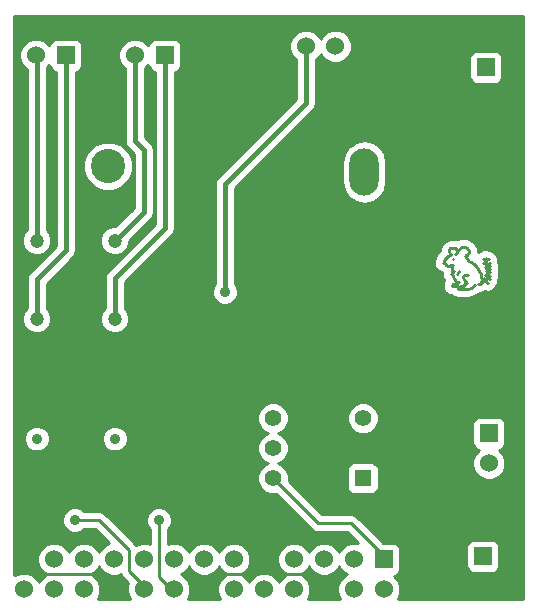
<source format=gbl>
G04 (created by PCBNEW (2012-nov-02)-testing) date Mon 04 Feb 2013 05:38:42 PM EST*
%MOIN*%
G04 Gerber Fmt 3.4, Leading zero omitted, Abs format*
%FSLAX34Y34*%
G01*
G70*
G90*
G04 APERTURE LIST*
%ADD10C,0.006*%
%ADD11R,0.06X0.06*%
%ADD12C,0.06*%
%ADD13C,0.114173*%
%ADD14C,0.0472441*%
%ADD15C,0.0354331*%
%ADD16R,0.055X0.055*%
%ADD17C,0.055*%
%ADD18O,0.2362X0.0984*%
%ADD19O,0.0984X0.1575*%
%ADD20C,0.035*%
%ADD21C,0.01*%
%ADD22C,0.018*%
G04 APERTURE END LIST*
G54D10*
G54D11*
X9016Y18700D03*
G54D12*
X10000Y18700D03*
X10984Y18700D03*
G54D11*
X16100Y5800D03*
G54D12*
X16100Y4800D03*
G54D13*
X3400Y14700D03*
G54D11*
X12600Y1600D03*
G54D12*
X12600Y600D03*
X11600Y1600D03*
X11600Y600D03*
X10600Y1600D03*
X10600Y600D03*
X9600Y1600D03*
X9600Y600D03*
X8600Y1600D03*
X8600Y600D03*
X7600Y1600D03*
X7600Y600D03*
X6600Y1600D03*
X6600Y600D03*
X5600Y1600D03*
X5600Y600D03*
X4600Y1600D03*
X4600Y600D03*
X3600Y1600D03*
X3600Y600D03*
X2600Y1600D03*
X2600Y600D03*
X1600Y1600D03*
X1600Y600D03*
X600Y1600D03*
X600Y600D03*
G54D14*
X3629Y12217D03*
X3629Y9611D03*
G54D15*
X3629Y5618D03*
X3629Y6618D03*
G54D14*
X1029Y12217D03*
X1029Y9611D03*
G54D15*
X1029Y5618D03*
X1029Y6618D03*
G54D16*
X11900Y4300D03*
G54D17*
X11900Y5300D03*
X11900Y6300D03*
X11900Y7300D03*
X8900Y7300D03*
X8900Y6300D03*
X8900Y5300D03*
X8900Y4300D03*
G54D11*
X5300Y18400D03*
G54D12*
X4300Y18400D03*
G54D11*
X15900Y1700D03*
G54D12*
X15900Y2700D03*
G54D11*
X2000Y18400D03*
G54D12*
X1000Y18400D03*
G54D11*
X16000Y18000D03*
G54D12*
X16000Y19000D03*
G54D18*
X13122Y16350D03*
G54D19*
X14303Y14500D03*
X11941Y14500D03*
G54D20*
X7300Y10500D03*
X5100Y2900D03*
X2300Y2900D03*
G54D21*
X14940Y11210D02*
X14870Y11130D01*
X14870Y11130D02*
X14820Y11110D01*
X15020Y11110D02*
X15060Y11150D01*
X15090Y11200D02*
X15060Y11150D01*
X15090Y11200D02*
X15100Y11220D01*
X16070Y11260D02*
X16150Y11270D01*
X16070Y11130D02*
X16150Y11160D01*
X16056Y10992D02*
X16150Y11050D01*
X16050Y10960D02*
X16120Y10930D01*
X15964Y10865D02*
X16070Y10820D01*
X16070Y11260D02*
X16010Y11270D01*
X16070Y11130D02*
X15990Y11200D01*
X16056Y10992D02*
X15980Y11070D01*
X15964Y10865D02*
X15940Y10970D01*
X16070Y11330D02*
X15960Y11340D01*
X16034Y11432D02*
X15910Y11470D01*
X16070Y11330D02*
X16150Y11380D01*
X16034Y11432D02*
X16120Y11490D01*
X15981Y11562D02*
X15900Y11600D01*
X15981Y11562D02*
X16090Y11610D01*
X16090Y11610D02*
X16100Y11600D01*
X15850Y10830D02*
X15964Y10865D01*
X15964Y10865D02*
X15980Y10870D01*
X15980Y11550D02*
X15981Y11562D01*
X15981Y11562D02*
X15990Y11650D01*
X16040Y11420D02*
X16034Y11432D01*
X16034Y11432D02*
X15980Y11550D01*
X16070Y11330D02*
X16040Y11420D01*
X16070Y11180D02*
X16070Y11260D01*
X16070Y11260D02*
X16070Y11330D01*
X16070Y11060D02*
X16070Y11130D01*
X16070Y11130D02*
X16070Y11180D01*
X16050Y10960D02*
X16056Y10992D01*
X16056Y10992D02*
X16070Y11060D01*
X15980Y10870D02*
X16050Y10960D01*
X15390Y11540D02*
X15490Y11500D01*
X15360Y11640D02*
X15390Y11590D01*
X15390Y11590D02*
X15390Y11540D01*
X15030Y11860D02*
X15100Y11910D01*
X15100Y11910D02*
X15130Y11960D01*
X15130Y11960D02*
X15190Y12000D01*
X15190Y12000D02*
X15240Y12010D01*
X15240Y12010D02*
X15310Y12010D01*
X15310Y12010D02*
X15360Y11980D01*
X15360Y11980D02*
X15410Y11930D01*
X15410Y11930D02*
X15440Y11870D01*
X15440Y11870D02*
X15430Y11830D01*
X15430Y11830D02*
X15400Y11780D01*
X15400Y11780D02*
X15380Y11740D01*
X15380Y11740D02*
X15340Y11730D01*
X15340Y11730D02*
X15300Y11720D01*
X15300Y11720D02*
X15360Y11640D01*
X15820Y10790D02*
X15720Y10760D01*
X15850Y10830D02*
X15820Y10790D01*
X15860Y10910D02*
X15850Y10830D01*
X15850Y11010D02*
X15860Y10910D01*
X15830Y11100D02*
X15850Y11010D01*
X15780Y11200D02*
X15830Y11100D01*
X15740Y11270D02*
X15780Y11200D01*
X15660Y11370D02*
X15740Y11270D01*
X15600Y11430D02*
X15660Y11370D01*
X15490Y11500D02*
X15600Y11430D01*
X15410Y11080D02*
X15340Y11090D01*
X15550Y10690D02*
X15650Y10730D01*
X15520Y10650D02*
X15550Y10690D01*
X15360Y10610D02*
X15520Y10650D01*
X15120Y10600D02*
X15360Y10610D01*
X15060Y10610D02*
X15120Y10600D01*
X15060Y10650D02*
X15060Y10610D01*
X15160Y10700D02*
X15060Y10650D01*
X15240Y10720D02*
X15160Y10700D01*
X15290Y10770D02*
X15240Y10720D01*
X15360Y10800D02*
X15290Y10770D01*
X15310Y10880D02*
X15360Y10800D01*
X15270Y10920D02*
X15310Y10880D01*
X15250Y11010D02*
X15270Y10920D01*
X15260Y11070D02*
X15250Y11010D01*
X15340Y11090D02*
X15260Y11070D01*
X15110Y10840D02*
X14980Y10770D01*
X14860Y10700D02*
X15060Y10710D01*
X14860Y10730D02*
X14860Y10700D01*
X14900Y10770D02*
X14860Y10730D01*
X14980Y10770D02*
X14900Y10770D01*
X14880Y11350D02*
X14860Y11290D01*
X15000Y10860D02*
X15040Y10820D01*
X14940Y10930D02*
X15000Y10860D01*
X14900Y11030D02*
X14940Y10930D01*
X14870Y11130D02*
X14900Y11030D01*
X14860Y11240D02*
X14870Y11130D01*
X14860Y11290D02*
X14860Y11240D01*
X14890Y11620D02*
X14900Y11620D01*
X14650Y11440D02*
X14680Y11420D01*
X14840Y11400D02*
X14890Y11410D01*
X14780Y11380D02*
X14840Y11400D01*
X14730Y11390D02*
X14780Y11380D01*
X14680Y11420D02*
X14730Y11390D01*
X14980Y11760D02*
X15020Y11800D01*
X15020Y11800D02*
X15030Y11860D01*
X14830Y11750D02*
X14790Y11810D01*
X14590Y11560D02*
X14600Y11590D01*
X14600Y11590D02*
X14630Y11620D01*
X14630Y11620D02*
X14670Y11650D01*
X14670Y11650D02*
X14710Y11680D01*
X14710Y11680D02*
X14750Y11710D01*
X14750Y11710D02*
X14800Y11740D01*
X14800Y11740D02*
X14830Y11750D01*
X14590Y11490D02*
X14590Y11560D01*
X15030Y11880D02*
X15030Y11860D01*
X15010Y11920D02*
X15030Y11880D01*
X14990Y11960D02*
X15010Y11920D01*
X14950Y11980D02*
X14990Y11960D01*
X14900Y11980D02*
X14950Y11980D01*
X14850Y11970D02*
X14900Y11980D01*
X14810Y11960D02*
X14850Y11970D01*
X14780Y11930D02*
X14810Y11960D01*
X14760Y11890D02*
X14780Y11930D01*
X14760Y11850D02*
X14760Y11890D01*
X14790Y11810D02*
X14760Y11850D01*
X14580Y11490D02*
X14560Y11490D01*
X14600Y11470D02*
X14590Y11490D01*
X14590Y11490D02*
X14590Y11490D01*
X14570Y11460D02*
X14600Y11470D01*
X14560Y11490D02*
X14570Y11460D01*
G54D22*
X10000Y18700D02*
X10000Y16800D01*
X7300Y14100D02*
X7300Y10500D01*
X10000Y16800D02*
X7300Y14100D01*
G54D21*
X12600Y1600D02*
X12600Y1700D01*
X10400Y2800D02*
X8900Y4300D01*
X11500Y2800D02*
X10400Y2800D01*
X12600Y1700D02*
X11500Y2800D01*
X5600Y600D02*
X5500Y600D01*
X5100Y1000D02*
X5100Y2900D01*
X5500Y600D02*
X5100Y1000D01*
X4600Y600D02*
X4600Y700D01*
X3100Y2900D02*
X2300Y2900D01*
X4100Y1900D02*
X3100Y2900D01*
X4100Y1200D02*
X4100Y1900D01*
X4600Y700D02*
X4100Y1200D01*
X3600Y600D02*
X3550Y600D01*
X1100Y1100D02*
X600Y1600D01*
X3050Y1100D02*
X1100Y1100D01*
X3550Y600D02*
X3050Y1100D01*
X600Y1600D02*
X600Y6189D01*
X600Y6189D02*
X1029Y6618D01*
X1029Y6618D02*
X3629Y6618D01*
X6600Y600D02*
X6800Y600D01*
X8100Y1100D02*
X8600Y1600D01*
X7300Y1100D02*
X8100Y1100D01*
X6800Y600D02*
X7300Y1100D01*
X10600Y600D02*
X10500Y600D01*
X9100Y1100D02*
X8600Y1600D01*
X10000Y1100D02*
X9100Y1100D01*
X10500Y600D02*
X10000Y1100D01*
X15900Y2700D02*
X14500Y2700D01*
X14500Y2700D02*
X11900Y5300D01*
X11900Y7300D02*
X8900Y7300D01*
X16000Y19000D02*
X15600Y19400D01*
X15600Y19400D02*
X9400Y19400D01*
X9400Y19400D02*
X9016Y19016D01*
X9016Y19016D02*
X9016Y18700D01*
G54D22*
X3629Y9611D02*
X3629Y10979D01*
X5300Y12650D02*
X5300Y18400D01*
X3629Y10979D02*
X5300Y12650D01*
X4300Y18400D02*
X4300Y15550D01*
X4600Y13188D02*
X3629Y12217D01*
X4600Y15250D02*
X4600Y13188D01*
X4300Y15550D02*
X4600Y15250D01*
X1029Y12217D02*
X1029Y18370D01*
X1029Y18370D02*
X1000Y18400D01*
X1029Y9611D02*
X1029Y10929D01*
X2000Y11900D02*
X2000Y18400D01*
X1029Y10929D02*
X2000Y11900D01*
G54D10*
G36*
X4142Y279D02*
X3057Y279D01*
X3065Y288D01*
X3149Y490D01*
X3150Y708D01*
X3066Y911D01*
X2911Y1065D01*
X2830Y1099D01*
X2911Y1133D01*
X3065Y1288D01*
X3099Y1369D01*
X3133Y1288D01*
X3288Y1134D01*
X3490Y1050D01*
X3708Y1049D01*
X3820Y1096D01*
X3820Y1096D01*
X3822Y1085D01*
X3887Y987D01*
X4084Y791D01*
X4050Y709D01*
X4049Y491D01*
X4133Y288D01*
X4142Y279D01*
X4142Y279D01*
G37*
G54D21*
X4142Y279D02*
X3057Y279D01*
X3065Y288D01*
X3149Y490D01*
X3150Y708D01*
X3066Y911D01*
X2911Y1065D01*
X2830Y1099D01*
X2911Y1133D01*
X3065Y1288D01*
X3099Y1369D01*
X3133Y1288D01*
X3288Y1134D01*
X3490Y1050D01*
X3708Y1049D01*
X3820Y1096D01*
X3820Y1096D01*
X3822Y1085D01*
X3887Y987D01*
X4084Y791D01*
X4050Y709D01*
X4049Y491D01*
X4133Y288D01*
X4142Y279D01*
G54D10*
G36*
X7369Y1100D02*
X7288Y1066D01*
X7134Y911D01*
X7050Y709D01*
X7049Y491D01*
X7133Y288D01*
X7142Y279D01*
X6057Y279D01*
X6065Y288D01*
X6149Y490D01*
X6150Y708D01*
X6066Y911D01*
X5911Y1065D01*
X5830Y1099D01*
X5911Y1133D01*
X6065Y1288D01*
X6099Y1369D01*
X6133Y1288D01*
X6288Y1134D01*
X6490Y1050D01*
X6708Y1049D01*
X6911Y1133D01*
X7065Y1288D01*
X7099Y1369D01*
X7133Y1288D01*
X7288Y1134D01*
X7369Y1100D01*
X7369Y1100D01*
G37*
G54D21*
X7369Y1100D02*
X7288Y1066D01*
X7134Y911D01*
X7050Y709D01*
X7049Y491D01*
X7133Y288D01*
X7142Y279D01*
X6057Y279D01*
X6065Y288D01*
X6149Y490D01*
X6150Y708D01*
X6066Y911D01*
X5911Y1065D01*
X5830Y1099D01*
X5911Y1133D01*
X6065Y1288D01*
X6099Y1369D01*
X6133Y1288D01*
X6288Y1134D01*
X6490Y1050D01*
X6708Y1049D01*
X6911Y1133D01*
X7065Y1288D01*
X7099Y1369D01*
X7133Y1288D01*
X7288Y1134D01*
X7369Y1100D01*
G54D10*
G36*
X11369Y1100D02*
X11288Y1066D01*
X11134Y911D01*
X11050Y709D01*
X11049Y491D01*
X11133Y288D01*
X11142Y279D01*
X10057Y279D01*
X10065Y288D01*
X10149Y490D01*
X10150Y708D01*
X10066Y911D01*
X9911Y1065D01*
X9830Y1099D01*
X9911Y1133D01*
X10065Y1288D01*
X10099Y1369D01*
X10133Y1288D01*
X10288Y1134D01*
X10490Y1050D01*
X10708Y1049D01*
X10911Y1133D01*
X11065Y1288D01*
X11099Y1369D01*
X11133Y1288D01*
X11288Y1134D01*
X11369Y1100D01*
X11369Y1100D01*
G37*
G54D21*
X11369Y1100D02*
X11288Y1066D01*
X11134Y911D01*
X11050Y709D01*
X11049Y491D01*
X11133Y288D01*
X11142Y279D01*
X10057Y279D01*
X10065Y288D01*
X10149Y490D01*
X10150Y708D01*
X10066Y911D01*
X9911Y1065D01*
X9830Y1099D01*
X9911Y1133D01*
X10065Y1288D01*
X10099Y1369D01*
X10133Y1288D01*
X10288Y1134D01*
X10490Y1050D01*
X10708Y1049D01*
X10911Y1133D01*
X11065Y1288D01*
X11099Y1369D01*
X11133Y1288D01*
X11288Y1134D01*
X11369Y1100D01*
G54D10*
G36*
X17220Y279D02*
X16650Y279D01*
X16650Y4908D01*
X16566Y5111D01*
X16427Y5249D01*
X16449Y5249D01*
X16541Y5287D01*
X16611Y5358D01*
X16649Y5450D01*
X16650Y5549D01*
X16650Y6149D01*
X16612Y6241D01*
X16550Y6303D01*
X16550Y17749D01*
X16550Y18349D01*
X16512Y18441D01*
X16441Y18511D01*
X16349Y18549D01*
X16250Y18550D01*
X15650Y18550D01*
X15558Y18512D01*
X15488Y18441D01*
X15450Y18349D01*
X15449Y18250D01*
X15449Y17650D01*
X15487Y17558D01*
X15558Y17488D01*
X15650Y17450D01*
X15749Y17449D01*
X16349Y17449D01*
X16441Y17487D01*
X16511Y17558D01*
X16549Y17650D01*
X16550Y17749D01*
X16550Y6303D01*
X16541Y6311D01*
X16449Y6349D01*
X16449Y6349D01*
X16449Y11150D01*
X16440Y11207D01*
X16447Y11307D01*
X16442Y11322D01*
X16445Y11429D01*
X16414Y11512D01*
X16414Y11548D01*
X16397Y11588D01*
X16399Y11600D01*
X16377Y11714D01*
X16312Y11812D01*
X16302Y11822D01*
X16300Y11823D01*
X16298Y11825D01*
X16253Y11854D01*
X16204Y11887D01*
X16202Y11887D01*
X16200Y11888D01*
X16152Y11897D01*
X16131Y11914D01*
X16019Y11948D01*
X15903Y11937D01*
X15799Y11882D01*
X15799Y11881D01*
X15794Y11881D01*
X15733Y11842D01*
X15733Y11843D01*
X15739Y11891D01*
X15736Y11902D01*
X15736Y11914D01*
X15720Y11958D01*
X15708Y12004D01*
X15678Y12064D01*
X15648Y12102D01*
X15622Y12142D01*
X15572Y12192D01*
X15541Y12212D01*
X15514Y12237D01*
X15464Y12267D01*
X15443Y12274D01*
X15424Y12287D01*
X15388Y12294D01*
X15354Y12306D01*
X15331Y12305D01*
X15310Y12310D01*
X15240Y12310D01*
X15210Y12304D01*
X15181Y12304D01*
X15131Y12294D01*
X15131Y12294D01*
X15131Y12294D01*
X15131Y12294D01*
X15083Y12274D01*
X15049Y12260D01*
X15017Y12266D01*
X14971Y12279D01*
X14960Y12277D01*
X14950Y12280D01*
X14900Y12280D01*
X14870Y12274D01*
X14841Y12274D01*
X14791Y12264D01*
X14784Y12261D01*
X14777Y12261D01*
X14737Y12251D01*
X14717Y12241D01*
X14695Y12237D01*
X14664Y12216D01*
X14631Y12201D01*
X14616Y12184D01*
X14597Y12172D01*
X14567Y12142D01*
X14540Y12101D01*
X14511Y12064D01*
X14491Y12024D01*
X14488Y12013D01*
X14482Y12004D01*
X14473Y11957D01*
X14460Y11911D01*
X14462Y11900D01*
X14460Y11890D01*
X14460Y11867D01*
X14449Y11859D01*
X14435Y11843D01*
X14417Y11832D01*
X14387Y11802D01*
X14381Y11793D01*
X14373Y11786D01*
X14349Y11744D01*
X14322Y11704D01*
X14320Y11694D01*
X14315Y11684D01*
X14305Y11654D01*
X14303Y11639D01*
X14291Y11624D01*
X14288Y11613D01*
X14282Y11604D01*
X14273Y11557D01*
X14260Y11511D01*
X14262Y11500D01*
X14260Y11490D01*
X14269Y11442D01*
X14275Y11395D01*
X14285Y11365D01*
X14343Y11263D01*
X14435Y11191D01*
X14513Y11170D01*
X14520Y11167D01*
X14525Y11162D01*
X14529Y11160D01*
X14520Y11113D01*
X14541Y10998D01*
X14605Y10900D01*
X14615Y10893D01*
X14582Y10844D01*
X14560Y10730D01*
X14560Y10700D01*
X14561Y10692D01*
X14560Y10684D01*
X14572Y10635D01*
X14582Y10585D01*
X14587Y10578D01*
X14588Y10571D01*
X14619Y10530D01*
X14647Y10487D01*
X14654Y10483D01*
X14658Y10477D01*
X14702Y10451D01*
X14745Y10422D01*
X14752Y10421D01*
X14759Y10417D01*
X14809Y10409D01*
X14844Y10403D01*
X14847Y10397D01*
X14876Y10378D01*
X14901Y10355D01*
X14924Y10346D01*
X14945Y10332D01*
X14978Y10326D01*
X15010Y10314D01*
X15070Y10304D01*
X15101Y10305D01*
X15132Y10300D01*
X15372Y10310D01*
X15401Y10317D01*
X15432Y10318D01*
X15592Y10358D01*
X15632Y10377D01*
X15672Y10391D01*
X15684Y10401D01*
X15698Y10408D01*
X15723Y10436D01*
X15761Y10451D01*
X15791Y10471D01*
X15806Y10472D01*
X15906Y10502D01*
X15938Y10519D01*
X15972Y10531D01*
X15980Y10538D01*
X16066Y10520D01*
X16181Y10541D01*
X16279Y10605D01*
X16345Y10701D01*
X16357Y10755D01*
X16395Y10811D01*
X16419Y10926D01*
X16419Y10930D01*
X16441Y10979D01*
X16446Y11096D01*
X16440Y11111D01*
X16449Y11150D01*
X16449Y6349D01*
X16350Y6350D01*
X15750Y6350D01*
X15658Y6312D01*
X15588Y6241D01*
X15550Y6149D01*
X15549Y6050D01*
X15549Y5450D01*
X15587Y5358D01*
X15658Y5288D01*
X15750Y5250D01*
X15772Y5250D01*
X15634Y5111D01*
X15550Y4909D01*
X15549Y4691D01*
X15633Y4488D01*
X15788Y4334D01*
X15990Y4250D01*
X16208Y4249D01*
X16411Y4333D01*
X16565Y4488D01*
X16649Y4690D01*
X16650Y4908D01*
X16650Y279D01*
X16450Y279D01*
X16450Y1449D01*
X16450Y2049D01*
X16412Y2141D01*
X16341Y2211D01*
X16249Y2249D01*
X16150Y2250D01*
X15550Y2250D01*
X15458Y2212D01*
X15388Y2141D01*
X15350Y2049D01*
X15349Y1950D01*
X15349Y1350D01*
X15387Y1258D01*
X15458Y1188D01*
X15550Y1150D01*
X15649Y1149D01*
X16249Y1149D01*
X16341Y1187D01*
X16411Y1258D01*
X16449Y1350D01*
X16450Y1449D01*
X16450Y279D01*
X13057Y279D01*
X13065Y288D01*
X13149Y490D01*
X13150Y708D01*
X13066Y911D01*
X12927Y1049D01*
X12949Y1049D01*
X13041Y1087D01*
X13111Y1158D01*
X13149Y1250D01*
X13150Y1349D01*
X13150Y1949D01*
X13112Y2041D01*
X13041Y2111D01*
X12949Y2149D01*
X12850Y2150D01*
X12683Y2150D01*
X12683Y14184D01*
X12683Y14815D01*
X12626Y15099D01*
X12465Y15340D01*
X12224Y15501D01*
X11941Y15557D01*
X11657Y15501D01*
X11534Y15419D01*
X11534Y18808D01*
X11450Y19011D01*
X11295Y19165D01*
X11093Y19249D01*
X10875Y19250D01*
X10672Y19166D01*
X10518Y19011D01*
X10492Y18949D01*
X10466Y19011D01*
X10311Y19165D01*
X10109Y19249D01*
X9891Y19250D01*
X9688Y19166D01*
X9534Y19011D01*
X9450Y18809D01*
X9449Y18591D01*
X9533Y18388D01*
X9660Y18262D01*
X9660Y16940D01*
X7059Y14340D01*
X6985Y14230D01*
X6960Y14100D01*
X6960Y10761D01*
X6939Y10741D01*
X6875Y10584D01*
X6874Y10415D01*
X6939Y10259D01*
X7058Y10139D01*
X7215Y10075D01*
X7384Y10074D01*
X7540Y10139D01*
X7660Y10258D01*
X7724Y10415D01*
X7725Y10584D01*
X7660Y10740D01*
X7640Y10760D01*
X7640Y13959D01*
X10240Y16559D01*
X10240Y16559D01*
X10289Y16633D01*
X10314Y16669D01*
X10314Y16669D01*
X10339Y16800D01*
X10340Y16800D01*
X10340Y18262D01*
X10465Y18388D01*
X10491Y18450D01*
X10517Y18388D01*
X10672Y18234D01*
X10874Y18150D01*
X11092Y18149D01*
X11295Y18233D01*
X11449Y18388D01*
X11533Y18590D01*
X11534Y18808D01*
X11534Y15419D01*
X11416Y15340D01*
X11255Y15099D01*
X11199Y14815D01*
X11199Y14184D01*
X11255Y13900D01*
X11416Y13659D01*
X11657Y13498D01*
X11941Y13442D01*
X12224Y13498D01*
X12465Y13659D01*
X12626Y13900D01*
X12683Y14184D01*
X12683Y2150D01*
X12574Y2150D01*
X12425Y2299D01*
X12425Y6403D01*
X12345Y6597D01*
X12197Y6744D01*
X12004Y6824D01*
X11796Y6825D01*
X11603Y6745D01*
X11455Y6597D01*
X11375Y6404D01*
X11374Y6196D01*
X11454Y6003D01*
X11602Y5855D01*
X11795Y5775D01*
X12003Y5774D01*
X12197Y5854D01*
X12344Y6002D01*
X12424Y6195D01*
X12425Y6403D01*
X12425Y2299D01*
X12425Y2299D01*
X12425Y4074D01*
X12425Y4624D01*
X12387Y4716D01*
X12316Y4786D01*
X12224Y4824D01*
X12125Y4825D01*
X11575Y4825D01*
X11483Y4787D01*
X11413Y4716D01*
X11375Y4624D01*
X11374Y4525D01*
X11374Y3975D01*
X11412Y3883D01*
X11483Y3813D01*
X11575Y3775D01*
X11674Y3774D01*
X12224Y3774D01*
X12316Y3812D01*
X12386Y3883D01*
X12424Y3975D01*
X12425Y4074D01*
X12425Y2299D01*
X11712Y3012D01*
X11614Y3077D01*
X11500Y3100D01*
X10524Y3100D01*
X9424Y4199D01*
X9425Y4403D01*
X9345Y4597D01*
X9197Y4744D01*
X9064Y4800D01*
X9197Y4854D01*
X9344Y5002D01*
X9424Y5195D01*
X9425Y5403D01*
X9345Y5597D01*
X9197Y5744D01*
X9064Y5800D01*
X9197Y5854D01*
X9344Y6002D01*
X9424Y6195D01*
X9425Y6403D01*
X9345Y6597D01*
X9197Y6744D01*
X9004Y6824D01*
X8796Y6825D01*
X8603Y6745D01*
X8455Y6597D01*
X8375Y6404D01*
X8374Y6196D01*
X8454Y6003D01*
X8602Y5855D01*
X8735Y5799D01*
X8603Y5745D01*
X8455Y5597D01*
X8375Y5404D01*
X8374Y5196D01*
X8454Y5003D01*
X8602Y4855D01*
X8735Y4799D01*
X8603Y4745D01*
X8455Y4597D01*
X8375Y4404D01*
X8374Y4196D01*
X8454Y4003D01*
X8602Y3855D01*
X8795Y3775D01*
X9000Y3774D01*
X10187Y2587D01*
X10187Y2587D01*
X10285Y2522D01*
X10400Y2500D01*
X11375Y2500D01*
X11737Y2138D01*
X11709Y2149D01*
X11491Y2150D01*
X11288Y2066D01*
X11134Y1911D01*
X11100Y1830D01*
X11066Y1911D01*
X10911Y2065D01*
X10709Y2149D01*
X10491Y2150D01*
X10288Y2066D01*
X10134Y1911D01*
X10100Y1830D01*
X10066Y1911D01*
X9911Y2065D01*
X9709Y2149D01*
X9491Y2150D01*
X9288Y2066D01*
X9134Y1911D01*
X9050Y1709D01*
X9049Y1491D01*
X9133Y1288D01*
X9288Y1134D01*
X9369Y1100D01*
X9288Y1066D01*
X9134Y911D01*
X9100Y830D01*
X9066Y911D01*
X8911Y1065D01*
X8709Y1149D01*
X8491Y1150D01*
X8288Y1066D01*
X8134Y911D01*
X8100Y830D01*
X8066Y911D01*
X7911Y1065D01*
X7830Y1099D01*
X7911Y1133D01*
X8065Y1288D01*
X8149Y1490D01*
X8150Y1708D01*
X8066Y1911D01*
X7911Y2065D01*
X7709Y2149D01*
X7491Y2150D01*
X7288Y2066D01*
X7134Y1911D01*
X7100Y1830D01*
X7066Y1911D01*
X6911Y2065D01*
X6709Y2149D01*
X6491Y2150D01*
X6288Y2066D01*
X6134Y1911D01*
X6100Y1830D01*
X6066Y1911D01*
X5911Y2065D01*
X5850Y2091D01*
X5850Y18149D01*
X5850Y18749D01*
X5812Y18841D01*
X5741Y18911D01*
X5649Y18949D01*
X5550Y18950D01*
X4950Y18950D01*
X4858Y18912D01*
X4788Y18841D01*
X4750Y18749D01*
X4750Y18727D01*
X4611Y18865D01*
X4409Y18949D01*
X4191Y18950D01*
X3988Y18866D01*
X3834Y18711D01*
X3750Y18509D01*
X3749Y18291D01*
X3833Y18088D01*
X3960Y17962D01*
X3960Y15550D01*
X3985Y15419D01*
X4059Y15309D01*
X4260Y15109D01*
X4260Y13329D01*
X4221Y13290D01*
X4221Y14862D01*
X4096Y15164D01*
X3865Y15395D01*
X3563Y15520D01*
X3237Y15521D01*
X2935Y15396D01*
X2704Y15165D01*
X2579Y14863D01*
X2578Y14537D01*
X2703Y14235D01*
X2934Y14004D01*
X3236Y13879D01*
X3562Y13878D01*
X3864Y14003D01*
X4095Y14234D01*
X4220Y14536D01*
X4221Y14862D01*
X4221Y13290D01*
X3634Y12703D01*
X3532Y12703D01*
X3354Y12629D01*
X3217Y12493D01*
X3142Y12314D01*
X3142Y12121D01*
X3216Y11942D01*
X3353Y11805D01*
X3531Y11731D01*
X3725Y11731D01*
X3904Y11804D01*
X4041Y11941D01*
X4115Y12120D01*
X4115Y12222D01*
X4840Y12947D01*
X4840Y12947D01*
X4889Y13021D01*
X4914Y13058D01*
X4914Y13058D01*
X4939Y13188D01*
X4940Y13188D01*
X4940Y15250D01*
X4939Y15250D01*
X4914Y15380D01*
X4914Y15380D01*
X4889Y15416D01*
X4840Y15490D01*
X4840Y15490D01*
X4640Y15690D01*
X4640Y17962D01*
X4749Y18072D01*
X4749Y18050D01*
X4787Y17958D01*
X4858Y17888D01*
X4950Y17850D01*
X4960Y17850D01*
X4960Y12790D01*
X3388Y11219D01*
X3315Y11109D01*
X3289Y10979D01*
X3289Y9958D01*
X3217Y9886D01*
X3142Y9708D01*
X3142Y9514D01*
X3216Y9335D01*
X3353Y9199D01*
X3531Y9124D01*
X3725Y9124D01*
X3904Y9198D01*
X4041Y9335D01*
X4115Y9513D01*
X4115Y9707D01*
X4041Y9886D01*
X3969Y9958D01*
X3969Y10838D01*
X5540Y12409D01*
X5540Y12409D01*
X5614Y12519D01*
X5614Y12519D01*
X5618Y12541D01*
X5639Y12650D01*
X5640Y12650D01*
X5640Y17849D01*
X5649Y17849D01*
X5741Y17887D01*
X5811Y17958D01*
X5849Y18050D01*
X5850Y18149D01*
X5850Y2091D01*
X5709Y2149D01*
X5491Y2150D01*
X5400Y2112D01*
X5400Y2598D01*
X5460Y2658D01*
X5524Y2815D01*
X5525Y2984D01*
X5460Y3140D01*
X5341Y3260D01*
X5184Y3324D01*
X5015Y3325D01*
X4859Y3260D01*
X4739Y3141D01*
X4675Y2984D01*
X4674Y2815D01*
X4739Y2659D01*
X4800Y2598D01*
X4800Y2112D01*
X4709Y2149D01*
X4491Y2150D01*
X4330Y2083D01*
X4330Y2083D01*
X4312Y2112D01*
X4312Y2112D01*
X4056Y2367D01*
X4056Y5703D01*
X3991Y5860D01*
X3871Y5980D01*
X3714Y6045D01*
X3544Y6046D01*
X3387Y5981D01*
X3267Y5861D01*
X3202Y5704D01*
X3201Y5534D01*
X3266Y5377D01*
X3386Y5256D01*
X3543Y5191D01*
X3713Y5191D01*
X3870Y5256D01*
X3991Y5376D01*
X4056Y5533D01*
X4056Y5703D01*
X4056Y2367D01*
X3312Y3112D01*
X3214Y3177D01*
X3100Y3200D01*
X2601Y3200D01*
X2550Y3251D01*
X2550Y18149D01*
X2550Y18749D01*
X2512Y18841D01*
X2441Y18911D01*
X2349Y18949D01*
X2250Y18950D01*
X1650Y18950D01*
X1558Y18912D01*
X1488Y18841D01*
X1450Y18749D01*
X1450Y18727D01*
X1311Y18865D01*
X1109Y18949D01*
X891Y18950D01*
X688Y18866D01*
X534Y18711D01*
X450Y18509D01*
X449Y18291D01*
X533Y18088D01*
X688Y17934D01*
X689Y17933D01*
X689Y12564D01*
X617Y12493D01*
X542Y12314D01*
X542Y12121D01*
X616Y11942D01*
X753Y11805D01*
X931Y11731D01*
X1125Y11731D01*
X1304Y11804D01*
X1441Y11941D01*
X1515Y12120D01*
X1515Y12313D01*
X1441Y12492D01*
X1369Y12564D01*
X1369Y17991D01*
X1449Y18072D01*
X1449Y18050D01*
X1487Y17958D01*
X1558Y17888D01*
X1650Y17850D01*
X1660Y17850D01*
X1660Y12040D01*
X788Y11169D01*
X715Y11059D01*
X689Y10929D01*
X689Y9958D01*
X617Y9886D01*
X542Y9708D01*
X542Y9514D01*
X616Y9335D01*
X753Y9199D01*
X931Y9124D01*
X1125Y9124D01*
X1304Y9198D01*
X1441Y9335D01*
X1515Y9513D01*
X1515Y9707D01*
X1441Y9886D01*
X1369Y9958D01*
X1369Y10788D01*
X2240Y11659D01*
X2240Y11659D01*
X2289Y11733D01*
X2314Y11769D01*
X2314Y11769D01*
X2339Y11900D01*
X2340Y11900D01*
X2340Y17849D01*
X2349Y17849D01*
X2441Y17887D01*
X2511Y17958D01*
X2549Y18050D01*
X2550Y18149D01*
X2550Y3251D01*
X2541Y3260D01*
X2384Y3324D01*
X2215Y3325D01*
X2059Y3260D01*
X1939Y3141D01*
X1875Y2984D01*
X1874Y2815D01*
X1939Y2659D01*
X2058Y2539D01*
X2215Y2475D01*
X2384Y2474D01*
X2540Y2539D01*
X2601Y2600D01*
X2975Y2600D01*
X3444Y2130D01*
X3288Y2066D01*
X3134Y1911D01*
X3100Y1830D01*
X3066Y1911D01*
X2911Y2065D01*
X2709Y2149D01*
X2491Y2150D01*
X2288Y2066D01*
X2134Y1911D01*
X2100Y1830D01*
X2066Y1911D01*
X1911Y2065D01*
X1709Y2149D01*
X1491Y2150D01*
X1456Y2135D01*
X1456Y5703D01*
X1391Y5860D01*
X1271Y5980D01*
X1114Y6045D01*
X944Y6046D01*
X787Y5981D01*
X667Y5861D01*
X602Y5704D01*
X601Y5534D01*
X666Y5377D01*
X786Y5256D01*
X943Y5191D01*
X1113Y5191D01*
X1270Y5256D01*
X1391Y5376D01*
X1456Y5533D01*
X1456Y5703D01*
X1456Y2135D01*
X1288Y2066D01*
X1134Y1911D01*
X1050Y1709D01*
X1049Y1491D01*
X1133Y1288D01*
X1288Y1134D01*
X1369Y1100D01*
X1288Y1066D01*
X1134Y911D01*
X1100Y830D01*
X1066Y911D01*
X911Y1065D01*
X709Y1149D01*
X491Y1150D01*
X288Y1066D01*
X279Y1057D01*
X279Y19720D01*
X17220Y19720D01*
X17220Y279D01*
X17220Y279D01*
G37*
G54D21*
X17220Y279D02*
X16650Y279D01*
X16650Y4908D01*
X16566Y5111D01*
X16427Y5249D01*
X16449Y5249D01*
X16541Y5287D01*
X16611Y5358D01*
X16649Y5450D01*
X16650Y5549D01*
X16650Y6149D01*
X16612Y6241D01*
X16550Y6303D01*
X16550Y17749D01*
X16550Y18349D01*
X16512Y18441D01*
X16441Y18511D01*
X16349Y18549D01*
X16250Y18550D01*
X15650Y18550D01*
X15558Y18512D01*
X15488Y18441D01*
X15450Y18349D01*
X15449Y18250D01*
X15449Y17650D01*
X15487Y17558D01*
X15558Y17488D01*
X15650Y17450D01*
X15749Y17449D01*
X16349Y17449D01*
X16441Y17487D01*
X16511Y17558D01*
X16549Y17650D01*
X16550Y17749D01*
X16550Y6303D01*
X16541Y6311D01*
X16449Y6349D01*
X16449Y6349D01*
X16449Y11150D01*
X16440Y11207D01*
X16447Y11307D01*
X16442Y11322D01*
X16445Y11429D01*
X16414Y11512D01*
X16414Y11548D01*
X16397Y11588D01*
X16399Y11600D01*
X16377Y11714D01*
X16312Y11812D01*
X16302Y11822D01*
X16300Y11823D01*
X16298Y11825D01*
X16253Y11854D01*
X16204Y11887D01*
X16202Y11887D01*
X16200Y11888D01*
X16152Y11897D01*
X16131Y11914D01*
X16019Y11948D01*
X15903Y11937D01*
X15799Y11882D01*
X15799Y11881D01*
X15794Y11881D01*
X15733Y11842D01*
X15733Y11843D01*
X15739Y11891D01*
X15736Y11902D01*
X15736Y11914D01*
X15720Y11958D01*
X15708Y12004D01*
X15678Y12064D01*
X15648Y12102D01*
X15622Y12142D01*
X15572Y12192D01*
X15541Y12212D01*
X15514Y12237D01*
X15464Y12267D01*
X15443Y12274D01*
X15424Y12287D01*
X15388Y12294D01*
X15354Y12306D01*
X15331Y12305D01*
X15310Y12310D01*
X15240Y12310D01*
X15210Y12304D01*
X15181Y12304D01*
X15131Y12294D01*
X15131Y12294D01*
X15131Y12294D01*
X15131Y12294D01*
X15083Y12274D01*
X15049Y12260D01*
X15017Y12266D01*
X14971Y12279D01*
X14960Y12277D01*
X14950Y12280D01*
X14900Y12280D01*
X14870Y12274D01*
X14841Y12274D01*
X14791Y12264D01*
X14784Y12261D01*
X14777Y12261D01*
X14737Y12251D01*
X14717Y12241D01*
X14695Y12237D01*
X14664Y12216D01*
X14631Y12201D01*
X14616Y12184D01*
X14597Y12172D01*
X14567Y12142D01*
X14540Y12101D01*
X14511Y12064D01*
X14491Y12024D01*
X14488Y12013D01*
X14482Y12004D01*
X14473Y11957D01*
X14460Y11911D01*
X14462Y11900D01*
X14460Y11890D01*
X14460Y11867D01*
X14449Y11859D01*
X14435Y11843D01*
X14417Y11832D01*
X14387Y11802D01*
X14381Y11793D01*
X14373Y11786D01*
X14349Y11744D01*
X14322Y11704D01*
X14320Y11694D01*
X14315Y11684D01*
X14305Y11654D01*
X14303Y11639D01*
X14291Y11624D01*
X14288Y11613D01*
X14282Y11604D01*
X14273Y11557D01*
X14260Y11511D01*
X14262Y11500D01*
X14260Y11490D01*
X14269Y11442D01*
X14275Y11395D01*
X14285Y11365D01*
X14343Y11263D01*
X14435Y11191D01*
X14513Y11170D01*
X14520Y11167D01*
X14525Y11162D01*
X14529Y11160D01*
X14520Y11113D01*
X14541Y10998D01*
X14605Y10900D01*
X14615Y10893D01*
X14582Y10844D01*
X14560Y10730D01*
X14560Y10700D01*
X14561Y10692D01*
X14560Y10684D01*
X14572Y10635D01*
X14582Y10585D01*
X14587Y10578D01*
X14588Y10571D01*
X14619Y10530D01*
X14647Y10487D01*
X14654Y10483D01*
X14658Y10477D01*
X14702Y10451D01*
X14745Y10422D01*
X14752Y10421D01*
X14759Y10417D01*
X14809Y10409D01*
X14844Y10403D01*
X14847Y10397D01*
X14876Y10378D01*
X14901Y10355D01*
X14924Y10346D01*
X14945Y10332D01*
X14978Y10326D01*
X15010Y10314D01*
X15070Y10304D01*
X15101Y10305D01*
X15132Y10300D01*
X15372Y10310D01*
X15401Y10317D01*
X15432Y10318D01*
X15592Y10358D01*
X15632Y10377D01*
X15672Y10391D01*
X15684Y10401D01*
X15698Y10408D01*
X15723Y10436D01*
X15761Y10451D01*
X15791Y10471D01*
X15806Y10472D01*
X15906Y10502D01*
X15938Y10519D01*
X15972Y10531D01*
X15980Y10538D01*
X16066Y10520D01*
X16181Y10541D01*
X16279Y10605D01*
X16345Y10701D01*
X16357Y10755D01*
X16395Y10811D01*
X16419Y10926D01*
X16419Y10930D01*
X16441Y10979D01*
X16446Y11096D01*
X16440Y11111D01*
X16449Y11150D01*
X16449Y6349D01*
X16350Y6350D01*
X15750Y6350D01*
X15658Y6312D01*
X15588Y6241D01*
X15550Y6149D01*
X15549Y6050D01*
X15549Y5450D01*
X15587Y5358D01*
X15658Y5288D01*
X15750Y5250D01*
X15772Y5250D01*
X15634Y5111D01*
X15550Y4909D01*
X15549Y4691D01*
X15633Y4488D01*
X15788Y4334D01*
X15990Y4250D01*
X16208Y4249D01*
X16411Y4333D01*
X16565Y4488D01*
X16649Y4690D01*
X16650Y4908D01*
X16650Y279D01*
X16450Y279D01*
X16450Y1449D01*
X16450Y2049D01*
X16412Y2141D01*
X16341Y2211D01*
X16249Y2249D01*
X16150Y2250D01*
X15550Y2250D01*
X15458Y2212D01*
X15388Y2141D01*
X15350Y2049D01*
X15349Y1950D01*
X15349Y1350D01*
X15387Y1258D01*
X15458Y1188D01*
X15550Y1150D01*
X15649Y1149D01*
X16249Y1149D01*
X16341Y1187D01*
X16411Y1258D01*
X16449Y1350D01*
X16450Y1449D01*
X16450Y279D01*
X13057Y279D01*
X13065Y288D01*
X13149Y490D01*
X13150Y708D01*
X13066Y911D01*
X12927Y1049D01*
X12949Y1049D01*
X13041Y1087D01*
X13111Y1158D01*
X13149Y1250D01*
X13150Y1349D01*
X13150Y1949D01*
X13112Y2041D01*
X13041Y2111D01*
X12949Y2149D01*
X12850Y2150D01*
X12683Y2150D01*
X12683Y14184D01*
X12683Y14815D01*
X12626Y15099D01*
X12465Y15340D01*
X12224Y15501D01*
X11941Y15557D01*
X11657Y15501D01*
X11534Y15419D01*
X11534Y18808D01*
X11450Y19011D01*
X11295Y19165D01*
X11093Y19249D01*
X10875Y19250D01*
X10672Y19166D01*
X10518Y19011D01*
X10492Y18949D01*
X10466Y19011D01*
X10311Y19165D01*
X10109Y19249D01*
X9891Y19250D01*
X9688Y19166D01*
X9534Y19011D01*
X9450Y18809D01*
X9449Y18591D01*
X9533Y18388D01*
X9660Y18262D01*
X9660Y16940D01*
X7059Y14340D01*
X6985Y14230D01*
X6960Y14100D01*
X6960Y10761D01*
X6939Y10741D01*
X6875Y10584D01*
X6874Y10415D01*
X6939Y10259D01*
X7058Y10139D01*
X7215Y10075D01*
X7384Y10074D01*
X7540Y10139D01*
X7660Y10258D01*
X7724Y10415D01*
X7725Y10584D01*
X7660Y10740D01*
X7640Y10760D01*
X7640Y13959D01*
X10240Y16559D01*
X10240Y16559D01*
X10289Y16633D01*
X10314Y16669D01*
X10314Y16669D01*
X10339Y16800D01*
X10340Y16800D01*
X10340Y18262D01*
X10465Y18388D01*
X10491Y18450D01*
X10517Y18388D01*
X10672Y18234D01*
X10874Y18150D01*
X11092Y18149D01*
X11295Y18233D01*
X11449Y18388D01*
X11533Y18590D01*
X11534Y18808D01*
X11534Y15419D01*
X11416Y15340D01*
X11255Y15099D01*
X11199Y14815D01*
X11199Y14184D01*
X11255Y13900D01*
X11416Y13659D01*
X11657Y13498D01*
X11941Y13442D01*
X12224Y13498D01*
X12465Y13659D01*
X12626Y13900D01*
X12683Y14184D01*
X12683Y2150D01*
X12574Y2150D01*
X12425Y2299D01*
X12425Y6403D01*
X12345Y6597D01*
X12197Y6744D01*
X12004Y6824D01*
X11796Y6825D01*
X11603Y6745D01*
X11455Y6597D01*
X11375Y6404D01*
X11374Y6196D01*
X11454Y6003D01*
X11602Y5855D01*
X11795Y5775D01*
X12003Y5774D01*
X12197Y5854D01*
X12344Y6002D01*
X12424Y6195D01*
X12425Y6403D01*
X12425Y2299D01*
X12425Y2299D01*
X12425Y4074D01*
X12425Y4624D01*
X12387Y4716D01*
X12316Y4786D01*
X12224Y4824D01*
X12125Y4825D01*
X11575Y4825D01*
X11483Y4787D01*
X11413Y4716D01*
X11375Y4624D01*
X11374Y4525D01*
X11374Y3975D01*
X11412Y3883D01*
X11483Y3813D01*
X11575Y3775D01*
X11674Y3774D01*
X12224Y3774D01*
X12316Y3812D01*
X12386Y3883D01*
X12424Y3975D01*
X12425Y4074D01*
X12425Y2299D01*
X11712Y3012D01*
X11614Y3077D01*
X11500Y3100D01*
X10524Y3100D01*
X9424Y4199D01*
X9425Y4403D01*
X9345Y4597D01*
X9197Y4744D01*
X9064Y4800D01*
X9197Y4854D01*
X9344Y5002D01*
X9424Y5195D01*
X9425Y5403D01*
X9345Y5597D01*
X9197Y5744D01*
X9064Y5800D01*
X9197Y5854D01*
X9344Y6002D01*
X9424Y6195D01*
X9425Y6403D01*
X9345Y6597D01*
X9197Y6744D01*
X9004Y6824D01*
X8796Y6825D01*
X8603Y6745D01*
X8455Y6597D01*
X8375Y6404D01*
X8374Y6196D01*
X8454Y6003D01*
X8602Y5855D01*
X8735Y5799D01*
X8603Y5745D01*
X8455Y5597D01*
X8375Y5404D01*
X8374Y5196D01*
X8454Y5003D01*
X8602Y4855D01*
X8735Y4799D01*
X8603Y4745D01*
X8455Y4597D01*
X8375Y4404D01*
X8374Y4196D01*
X8454Y4003D01*
X8602Y3855D01*
X8795Y3775D01*
X9000Y3774D01*
X10187Y2587D01*
X10187Y2587D01*
X10285Y2522D01*
X10400Y2500D01*
X11375Y2500D01*
X11737Y2138D01*
X11709Y2149D01*
X11491Y2150D01*
X11288Y2066D01*
X11134Y1911D01*
X11100Y1830D01*
X11066Y1911D01*
X10911Y2065D01*
X10709Y2149D01*
X10491Y2150D01*
X10288Y2066D01*
X10134Y1911D01*
X10100Y1830D01*
X10066Y1911D01*
X9911Y2065D01*
X9709Y2149D01*
X9491Y2150D01*
X9288Y2066D01*
X9134Y1911D01*
X9050Y1709D01*
X9049Y1491D01*
X9133Y1288D01*
X9288Y1134D01*
X9369Y1100D01*
X9288Y1066D01*
X9134Y911D01*
X9100Y830D01*
X9066Y911D01*
X8911Y1065D01*
X8709Y1149D01*
X8491Y1150D01*
X8288Y1066D01*
X8134Y911D01*
X8100Y830D01*
X8066Y911D01*
X7911Y1065D01*
X7830Y1099D01*
X7911Y1133D01*
X8065Y1288D01*
X8149Y1490D01*
X8150Y1708D01*
X8066Y1911D01*
X7911Y2065D01*
X7709Y2149D01*
X7491Y2150D01*
X7288Y2066D01*
X7134Y1911D01*
X7100Y1830D01*
X7066Y1911D01*
X6911Y2065D01*
X6709Y2149D01*
X6491Y2150D01*
X6288Y2066D01*
X6134Y1911D01*
X6100Y1830D01*
X6066Y1911D01*
X5911Y2065D01*
X5850Y2091D01*
X5850Y18149D01*
X5850Y18749D01*
X5812Y18841D01*
X5741Y18911D01*
X5649Y18949D01*
X5550Y18950D01*
X4950Y18950D01*
X4858Y18912D01*
X4788Y18841D01*
X4750Y18749D01*
X4750Y18727D01*
X4611Y18865D01*
X4409Y18949D01*
X4191Y18950D01*
X3988Y18866D01*
X3834Y18711D01*
X3750Y18509D01*
X3749Y18291D01*
X3833Y18088D01*
X3960Y17962D01*
X3960Y15550D01*
X3985Y15419D01*
X4059Y15309D01*
X4260Y15109D01*
X4260Y13329D01*
X4221Y13290D01*
X4221Y14862D01*
X4096Y15164D01*
X3865Y15395D01*
X3563Y15520D01*
X3237Y15521D01*
X2935Y15396D01*
X2704Y15165D01*
X2579Y14863D01*
X2578Y14537D01*
X2703Y14235D01*
X2934Y14004D01*
X3236Y13879D01*
X3562Y13878D01*
X3864Y14003D01*
X4095Y14234D01*
X4220Y14536D01*
X4221Y14862D01*
X4221Y13290D01*
X3634Y12703D01*
X3532Y12703D01*
X3354Y12629D01*
X3217Y12493D01*
X3142Y12314D01*
X3142Y12121D01*
X3216Y11942D01*
X3353Y11805D01*
X3531Y11731D01*
X3725Y11731D01*
X3904Y11804D01*
X4041Y11941D01*
X4115Y12120D01*
X4115Y12222D01*
X4840Y12947D01*
X4840Y12947D01*
X4889Y13021D01*
X4914Y13058D01*
X4914Y13058D01*
X4939Y13188D01*
X4940Y13188D01*
X4940Y15250D01*
X4939Y15250D01*
X4914Y15380D01*
X4914Y15380D01*
X4889Y15416D01*
X4840Y15490D01*
X4840Y15490D01*
X4640Y15690D01*
X4640Y17962D01*
X4749Y18072D01*
X4749Y18050D01*
X4787Y17958D01*
X4858Y17888D01*
X4950Y17850D01*
X4960Y17850D01*
X4960Y12790D01*
X3388Y11219D01*
X3315Y11109D01*
X3289Y10979D01*
X3289Y9958D01*
X3217Y9886D01*
X3142Y9708D01*
X3142Y9514D01*
X3216Y9335D01*
X3353Y9199D01*
X3531Y9124D01*
X3725Y9124D01*
X3904Y9198D01*
X4041Y9335D01*
X4115Y9513D01*
X4115Y9707D01*
X4041Y9886D01*
X3969Y9958D01*
X3969Y10838D01*
X5540Y12409D01*
X5540Y12409D01*
X5614Y12519D01*
X5614Y12519D01*
X5618Y12541D01*
X5639Y12650D01*
X5640Y12650D01*
X5640Y17849D01*
X5649Y17849D01*
X5741Y17887D01*
X5811Y17958D01*
X5849Y18050D01*
X5850Y18149D01*
X5850Y2091D01*
X5709Y2149D01*
X5491Y2150D01*
X5400Y2112D01*
X5400Y2598D01*
X5460Y2658D01*
X5524Y2815D01*
X5525Y2984D01*
X5460Y3140D01*
X5341Y3260D01*
X5184Y3324D01*
X5015Y3325D01*
X4859Y3260D01*
X4739Y3141D01*
X4675Y2984D01*
X4674Y2815D01*
X4739Y2659D01*
X4800Y2598D01*
X4800Y2112D01*
X4709Y2149D01*
X4491Y2150D01*
X4330Y2083D01*
X4330Y2083D01*
X4312Y2112D01*
X4312Y2112D01*
X4056Y2367D01*
X4056Y5703D01*
X3991Y5860D01*
X3871Y5980D01*
X3714Y6045D01*
X3544Y6046D01*
X3387Y5981D01*
X3267Y5861D01*
X3202Y5704D01*
X3201Y5534D01*
X3266Y5377D01*
X3386Y5256D01*
X3543Y5191D01*
X3713Y5191D01*
X3870Y5256D01*
X3991Y5376D01*
X4056Y5533D01*
X4056Y5703D01*
X4056Y2367D01*
X3312Y3112D01*
X3214Y3177D01*
X3100Y3200D01*
X2601Y3200D01*
X2550Y3251D01*
X2550Y18149D01*
X2550Y18749D01*
X2512Y18841D01*
X2441Y18911D01*
X2349Y18949D01*
X2250Y18950D01*
X1650Y18950D01*
X1558Y18912D01*
X1488Y18841D01*
X1450Y18749D01*
X1450Y18727D01*
X1311Y18865D01*
X1109Y18949D01*
X891Y18950D01*
X688Y18866D01*
X534Y18711D01*
X450Y18509D01*
X449Y18291D01*
X533Y18088D01*
X688Y17934D01*
X689Y17933D01*
X689Y12564D01*
X617Y12493D01*
X542Y12314D01*
X542Y12121D01*
X616Y11942D01*
X753Y11805D01*
X931Y11731D01*
X1125Y11731D01*
X1304Y11804D01*
X1441Y11941D01*
X1515Y12120D01*
X1515Y12313D01*
X1441Y12492D01*
X1369Y12564D01*
X1369Y17991D01*
X1449Y18072D01*
X1449Y18050D01*
X1487Y17958D01*
X1558Y17888D01*
X1650Y17850D01*
X1660Y17850D01*
X1660Y12040D01*
X788Y11169D01*
X715Y11059D01*
X689Y10929D01*
X689Y9958D01*
X617Y9886D01*
X542Y9708D01*
X542Y9514D01*
X616Y9335D01*
X753Y9199D01*
X931Y9124D01*
X1125Y9124D01*
X1304Y9198D01*
X1441Y9335D01*
X1515Y9513D01*
X1515Y9707D01*
X1441Y9886D01*
X1369Y9958D01*
X1369Y10788D01*
X2240Y11659D01*
X2240Y11659D01*
X2289Y11733D01*
X2314Y11769D01*
X2314Y11769D01*
X2339Y11900D01*
X2340Y11900D01*
X2340Y17849D01*
X2349Y17849D01*
X2441Y17887D01*
X2511Y17958D01*
X2549Y18050D01*
X2550Y18149D01*
X2550Y3251D01*
X2541Y3260D01*
X2384Y3324D01*
X2215Y3325D01*
X2059Y3260D01*
X1939Y3141D01*
X1875Y2984D01*
X1874Y2815D01*
X1939Y2659D01*
X2058Y2539D01*
X2215Y2475D01*
X2384Y2474D01*
X2540Y2539D01*
X2601Y2600D01*
X2975Y2600D01*
X3444Y2130D01*
X3288Y2066D01*
X3134Y1911D01*
X3100Y1830D01*
X3066Y1911D01*
X2911Y2065D01*
X2709Y2149D01*
X2491Y2150D01*
X2288Y2066D01*
X2134Y1911D01*
X2100Y1830D01*
X2066Y1911D01*
X1911Y2065D01*
X1709Y2149D01*
X1491Y2150D01*
X1456Y2135D01*
X1456Y5703D01*
X1391Y5860D01*
X1271Y5980D01*
X1114Y6045D01*
X944Y6046D01*
X787Y5981D01*
X667Y5861D01*
X602Y5704D01*
X601Y5534D01*
X666Y5377D01*
X786Y5256D01*
X943Y5191D01*
X1113Y5191D01*
X1270Y5256D01*
X1391Y5376D01*
X1456Y5533D01*
X1456Y5703D01*
X1456Y2135D01*
X1288Y2066D01*
X1134Y1911D01*
X1050Y1709D01*
X1049Y1491D01*
X1133Y1288D01*
X1288Y1134D01*
X1369Y1100D01*
X1288Y1066D01*
X1134Y911D01*
X1100Y830D01*
X1066Y911D01*
X911Y1065D01*
X709Y1149D01*
X491Y1150D01*
X288Y1066D01*
X279Y1057D01*
X279Y19720D01*
X17220Y19720D01*
X17220Y279D01*
M02*

</source>
